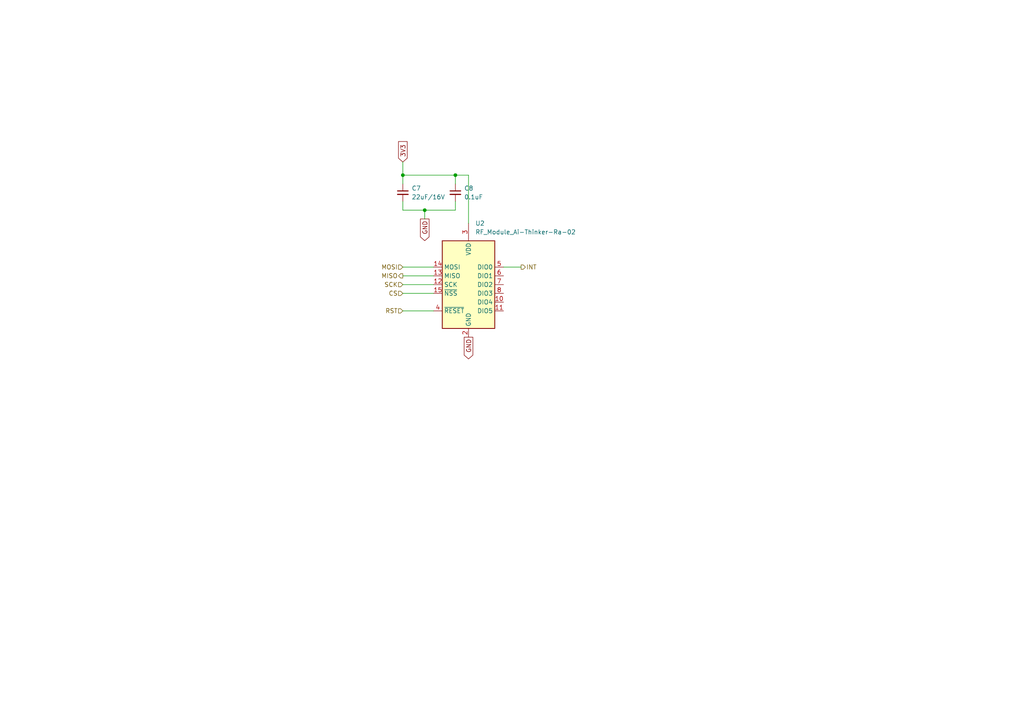
<source format=kicad_sch>
(kicad_sch (version 20230121) (generator eeschema)
  (paper "A4")
  (lib_symbols
    (symbol "IVS_SYMBOLS:C_Small" (pin_numbers hide) (pin_names (offset 0.254) hide)
      (property "Reference" "C" (at 0.254 1.778 0))
      (property "Value" "C_Small" (at 0.254 -2.032 0))
      (symbol "C_Small_0_1"
        (polyline (pts (xy -1.524 -0.508) (xy 1.524 -0.508)) (stroke (width 0.3302)))
        (polyline (pts (xy -1.524 0.508) (xy 1.524 0.508)) (stroke (width 0.3048)))
      )
      (symbol "C_Small_1_1"
        (pin passive line (at 0 2.54 270) (length 2.032) (name "~") (number "1"))
        (pin passive line (at 0 -2.54 90) (length 2.032) (name "~") (number "2"))
      )
    )
    (symbol "IVS_SYMBOLS:RF_Module_Ai-Thinker-Ra-02"
      (property "Reference" "U" (at 2.54 19.05 0))
      (property "Value" "RF_Module_Ai-Thinker-Ra-02" (at 13.97 -15.24 0))
      (symbol "RF_Module_Ai-Thinker-Ra-02_0_1"
        (rectangle (start -7.62 12.7) (end 7.62 -12.7) (stroke (width 0.254)) (fill (type background)))
      )
      (symbol "RF_Module_Ai-Thinker-Ra-02_1_1"
        (pin passive line (at 0 -15.24 90) (length 2.54) hide (name "GND") (number "1"))
        (pin bidirectional line (at 10.16 -5.08 180) (length 2.54) (name "DIO4") (number "10"))
        (pin bidirectional line (at 10.16 -7.62 180) (length 2.54) (name "DIO5") (number "11"))
        (pin input line (at -10.16 0 0) (length 2.54) (name "SCK") (number "12"))
        (pin output line (at -10.16 2.54 0) (length 2.54) (name "MISO") (number "13"))
        (pin input line (at -10.16 5.08 0) (length 2.54) (name "MOSI") (number "14"))
        (pin input line (at -10.16 -2.54 0) (length 2.54) (name "~{NSS}") (number "15"))
        (pin passive line (at 0 -15.24 90) (length 2.54) hide (name "GND") (number "16"))
        (pin power_in line (at 0 -15.24 90) (length 2.54) (name "GND") (number "2"))
        (pin power_in line (at 0 17.78 270) (length 5.08) (name "VDD") (number "3"))
        (pin input line (at -10.16 -7.62 0) (length 2.54) (name "~{RESET}") (number "4"))
        (pin bidirectional line (at 10.16 5.08 180) (length 2.54) (name "DIO0") (number "5"))
        (pin bidirectional line (at 10.16 2.54 180) (length 2.54) (name "DIO1") (number "6"))
        (pin bidirectional line (at 10.16 0 180) (length 2.54) (name "DIO2") (number "7"))
        (pin bidirectional line (at 10.16 -2.54 180) (length 2.54) (name "DIO3") (number "8"))
        (pin passive line (at 0 -15.24 90) (length 2.54) hide (name "GND") (number "9"))
      )
    )
  )
  (junction (at 132.08 50.8))
  (junction (at 116.84 50.8))
  (junction (at 123.19 60.96))
  (wire (pts (xy 116.84 82.55) (xy 125.73 82.55)))
  (wire (pts (xy 123.19 60.96) (xy 132.08 60.96)))
  (wire (pts (xy 135.89 64.77) (xy 135.89 50.8)))
  (wire (pts (xy 132.08 53.34) (xy 132.08 50.8)))
  (wire (pts (xy 132.08 60.96) (xy 132.08 58.42)))
  (wire (pts (xy 116.84 90.17) (xy 125.73 90.17)))
  (wire (pts (xy 116.84 77.47) (xy 125.73 77.47)))
  (wire (pts (xy 116.84 50.8) (xy 132.08 50.8)))
  (wire (pts (xy 116.84 58.42) (xy 116.84 60.96)))
  (wire (pts (xy 116.84 50.8) (xy 116.84 53.34)))
  (wire (pts (xy 135.89 50.8) (xy 132.08 50.8)))
  (wire (pts (xy 123.19 60.96) (xy 123.19 63.5)))
  (wire (pts (xy 116.84 46.99) (xy 116.84 50.8)))
  (wire (pts (xy 116.84 85.09) (xy 125.73 85.09)))
  (wire (pts (xy 116.84 60.96) (xy 123.19 60.96)))
  (wire (pts (xy 116.84 80.01) (xy 125.73 80.01)))
  (wire (pts (xy 146.05 77.47) (xy 151.13 77.47)))
  (global_label "3V3" (shape input) (at 116.84 46.99 90) (property "Intersheetrefs" "${INTERSHEET_REFS}" (effects hide)))
  (global_label "GND" (shape output) (at 123.19 63.5 270) (property "Intersheetrefs" "${INTERSHEET_REFS}" (effects hide)))
  (global_label "GND" (shape output) (at 135.89 97.79 270) (property "Intersheetrefs" "${INTERSHEET_REFS}" (effects hide)))
  (hierarchical_label "MOSI" (shape input) (at 116.84 77.47 180))
  (hierarchical_label "SCK" (shape input) (at 116.84 82.55 180))
  (hierarchical_label "INT" (shape output) (at 151.13 77.47 0))
  (hierarchical_label "MISO" (shape output) (at 116.84 80.01 180))
  (hierarchical_label "CS" (shape input) (at 116.84 85.09 180))
  (hierarchical_label "RST" (shape input) (at 116.84 90.17 180))
  (symbol (lib_id "IVS_SYMBOLS:C_Small") (at 116.84 55.88 0) (unit 1)
    (property "Reference" "C7" (at 119.38 54.6163 0) (effects (justify left)))
    (property "Value" "22uF/16V" (at 119.38 57.1563 0) (effects (justify left)))
  )
  (symbol (lib_id "IVS_SYMBOLS:C_Small") (at 132.08 55.88 0) (unit 1)
    (property "Reference" "C8" (at 134.62 54.6163 0) (effects (justify left)))
    (property "Value" "0.1uF" (at 134.62 57.1563 0) (effects (justify left)))
  )
  (symbol (lib_id "IVS_SYMBOLS:RF_Module_Ai-Thinker-Ra-02") (at 135.89 82.55 0) (unit 1)
    (property "Reference" "U2" (at 137.8459 64.77 0) (effects (justify left)))
    (property "Value" "RF_Module_Ai-Thinker-Ra-02" (at 137.8459 67.31 0) (effects (justify left)))
    (property "Footprint" "RF_Module:Ai-Thinker-Ra-01-LoRa" (effects hide))
    (property "Datasheet" "http://wiki.ai-thinker.com/_media/lora/docs/c048ps01a1_ra-02_product_specification_v1.1.pdf" (effects hide))
    (property "Thegioiic_Buylink" "https://www.thegioiic.com/sx1278-lora-ra-02-ai-thinker-mach-thu-phat-rf-433mhz-10km" (effects hide))
    (property "ICDAYROI_Buylink" "https://icdayroi.com/mach-thu-phat-rf-spi-lora-ra-02-sx1278-433mhz" (effects hide))
  )
)
</source>
